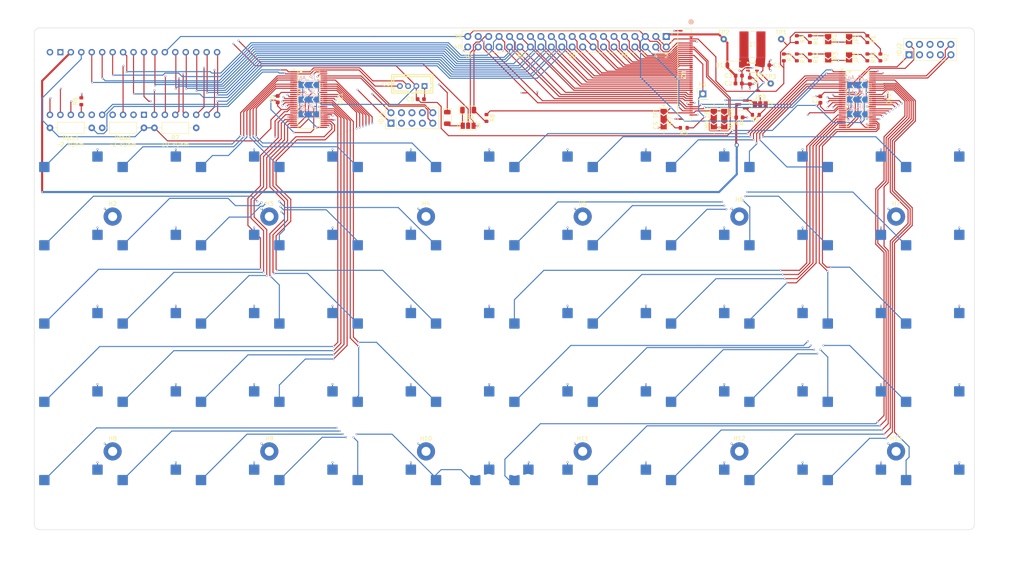
<source format=kicad_pcb>
(kicad_pcb
	(version 20241229)
	(generator "pcbnew")
	(generator_version "9.0")
	(general
		(thickness 1.6)
		(legacy_teardrops no)
	)
	(paper "A4")
	(layers
		(0 "F.Cu" signal)
		(4 "In1.Cu" signal)
		(6 "In2.Cu" signal)
		(2 "B.Cu" signal)
		(9 "F.Adhes" user "F.Adhesive")
		(11 "B.Adhes" user "B.Adhesive")
		(13 "F.Paste" user)
		(15 "B.Paste" user)
		(5 "F.SilkS" user "F.Silkscreen")
		(7 "B.SilkS" user "B.Silkscreen")
		(1 "F.Mask" user)
		(3 "B.Mask" user)
		(17 "Dwgs.User" user "User.Drawings")
		(19 "Cmts.User" user "User.Comments")
		(21 "Eco1.User" user "User.Eco1")
		(23 "Eco2.User" user "User.Eco2")
		(25 "Edge.Cuts" user)
		(27 "Margin" user)
		(31 "F.CrtYd" user "F.Courtyard")
		(29 "B.CrtYd" user "B.Courtyard")
		(35 "F.Fab" user)
		(33 "B.Fab" user)
		(39 "User.1" user)
		(41 "User.2" user)
		(43 "User.3" user)
		(45 "User.4" user)
		(47 "User.5" user)
		(49 "User.6" user)
		(51 "User.7" user)
		(53 "User.8" user)
		(55 "User.9" user)
	)
	(setup
		(stackup
			(layer "F.SilkS"
				(type "Top Silk Screen")
			)
			(layer "F.Paste"
				(type "Top Solder Paste")
			)
			(layer "F.Mask"
				(type "Top Solder Mask")
				(thickness 0.01)
			)
			(layer "F.Cu"
				(type "copper")
				(thickness 0.035)
			)
			(layer "dielectric 1"
				(type "prepreg")
				(thickness 0.1)
				(material "FR4")
				(epsilon_r 4.5)
				(loss_tangent 0.02)
			)
			(layer "In1.Cu"
				(type "copper")
				(thickness 0.035)
			)
			(layer "dielectric 2"
				(type "core")
				(thickness 1.24)
				(material "FR4")
				(epsilon_r 4.5)
				(loss_tangent 0.02)
			)
			(layer "In2.Cu"
				(type "copper")
				(thickness 0.035)
			)
			(layer "dielectric 3"
				(type "prepreg")
				(thickness 0.1)
				(material "FR4")
				(epsilon_r 4.5)
				(loss_tangent 0.02)
			)
			(layer "B.Cu"
				(type "copper")
				(thickness 0.035)
			)
			(layer "B.Mask"
				(type "Bottom Solder Mask")
				(thickness 0.01)
			)
			(layer "B.Paste"
				(type "Bottom Solder Paste")
			)
			(layer "B.SilkS"
				(type "Bottom Silk Screen")
			)
			(copper_finish "HAL lead-free")
			(dielectric_constraints no)
		)
		(pad_to_mask_clearance 0)
		(allow_soldermask_bridges_in_footprints no)
		(tenting front back)
		(pcbplotparams
			(layerselection 0x00000000_00000000_55555555_5755f5ff)
			(plot_on_all_layers_selection 0x00000000_00000000_00000000_00000000)
			(disableapertmacros no)
			(usegerberextensions no)
			(usegerberattributes yes)
			(usegerberadvancedattributes yes)
			(creategerberjobfile yes)
			(dashed_line_dash_ratio 12.000000)
			(dashed_line_gap_ratio 3.000000)
			(svgprecision 4)
			(plotframeref no)
			(mode 1)
			(useauxorigin no)
			(hpglpennumber 1)
			(hpglpenspeed 20)
			(hpglpendiameter 15.000000)
			(pdf_front_fp_property_popups yes)
			(pdf_back_fp_property_popups yes)
			(pdf_metadata yes)
			(pdf_single_document no)
			(dxfpolygonmode yes)
			(dxfimperialunits yes)
			(dxfusepcbnewfont yes)
			(psnegative no)
			(psa4output no)
			(plot_black_and_white yes)
			(sketchpadsonfab no)
			(plotpadnumbers no)
			(hidednponfab no)
			(sketchdnponfab yes)
			(crossoutdnponfab yes)
			(subtractmaskfromsilk no)
			(outputformat 1)
			(mirror no)
			(drillshape 1)
			(scaleselection 1)
			(outputdirectory "")
		)
	)
	(net 0 "")
	(net 1 "/LEDA_{TFT}")
	(net 2 "/LEDK_{TFT}")
	(net 3 "+3.3V")
	(net 4 "+5V")
	(net 5 "Net-(D2-A)")
	(net 6 "~{RST}")
	(net 7 "/~{RST_{TFT{slash}TP}}")
	(net 8 "/CS_{SPI{slash}TFT}")
	(net 9 "/Switch Matrix Left Half/SWPIN_{4,2}")
	(net 10 "/Switch Matrix Left Half/SWPIN_{0,2}")
	(net 11 "/Switch Matrix Left Half/SWPIN_{1,7}")
	(net 12 "/Switch Matrix Left Half/SWPIN_{3,7}")
	(net 13 "/Switch Matrix Left Half/SWPIN_{4,6}")
	(net 14 "/Switch Matrix Left Half/SWPIN_{3,5}")
	(net 15 "/Switch Matrix Left Half/SWPIN_{4,0}")
	(net 16 "/Switch Matrix Left Half/SWPIN_{2,1}")
	(net 17 "/Switch Matrix Left Half/SWPIN_{0,6}")
	(net 18 "/INT_{LR}")
	(net 19 "/Switch Matrix Left Half/SWPIN_{2,0}")
	(net 20 "/Switch Matrix Left Half/SWPIN_{1,2}")
	(net 21 "/Switch Matrix Left Half/SWPIN_{0,7}")
	(net 22 "/Switch Matrix Left Half/SWPIN_{0,4}")
	(net 23 "/Switch Matrix Left Half/SWPIN_{1,5}")
	(net 24 "/Switch Matrix Left Half/SWPIN_{2,2}")
	(net 25 "/Switch Matrix Left Half/SWPIN_{3,3}")
	(net 26 "/Switch Matrix Left Half/SWPIN_{4,3}")
	(net 27 "Net-(IOE1-A2)")
	(net 28 "/Switch Matrix Left Half/SWPIN_{2,6}")
	(net 29 "/Switch Matrix Left Half/SWPIN_{3,0}")
	(net 30 "/Switch Matrix Left Half/SWPIN_{4,7}")
	(net 31 "/Switch Matrix Left Half/SWPIN_{1,0}")
	(net 32 "Net-(IOE1-A0)")
	(net 33 "/Switch Matrix Left Half/SWPIN_{1,3}")
	(net 34 "/Switch Matrix Left Half/SWPIN_{1,4}")
	(net 35 "/Switch Matrix Left Half/SWPIN_{2,4}")
	(net 36 "/Switch Matrix Left Half/SWPIN_{2,5}")
	(net 37 "Net-(IOE1-A1)")
	(net 38 "/Switch Matrix Left Half/SWPIN_{3,1}")
	(net 39 "SCL")
	(net 40 "/Switch Matrix Left Half/SWPIN_{4,4}")
	(net 41 "/Switch Matrix Left Half/SWPIN_{0,0}")
	(net 42 "/Switch Matrix Left Half/SWPIN_{4,5}")
	(net 43 "/Switch Matrix Left Half/SWPIN_{3,6}")
	(net 44 "/Switch Matrix Left Half/SWPIN_{4,1}")
	(net 45 "/Switch Matrix Left Half/SWPIN_{1,1}")
	(net 46 "/Switch Matrix Left Half/SWPIN_{3,4}")
	(net 47 "/Switch Matrix Left Half/SWPIN_{0,3}")
	(net 48 "/Switch Matrix Left Half/SWPIN_{1,6}")
	(net 49 "/Switch Matrix Left Half/SWPIN_{2,7}")
	(net 50 "/Switch Matrix Left Half/SWPIN_{3,2}")
	(net 51 "SDA")
	(net 52 "/Switch Matrix Left Half/SWPIN_{2,3}")
	(net 53 "/Switch Matrix Left Half/SWPIN_{0,5}")
	(net 54 "/Switch Matrix Left Half/SWPIN_{0,1}")
	(net 55 "/Switch Matrix Right Half/SWPIN_{1,6}")
	(net 56 "/Switch Matrix Right Half/SWPIN_{4,4}")
	(net 57 "/Switch Matrix Right Half/SWPIN_{3,4}")
	(net 58 "Net-(IOE2-A0)")
	(net 59 "/Switch Matrix Right Half/SWPIN_{1,0}")
	(net 60 "/Switch Matrix Right Half/SWPIN_{2,3}")
	(net 61 "/Switch Matrix Right Half/SWPIN_{3,6}")
	(net 62 "Net-(IOE2-A1)")
	(net 63 "/Switch Matrix Right Half/SWPIN_{3,0}")
	(net 64 "/Switch Matrix Right Half/SWPIN_{0,2}")
	(net 65 "/Switch Matrix Right Half/SWPIN_{3,2}")
	(net 66 "/Switch Matrix Right Half/SWPIN_{1,3}")
	(net 67 "/Switch Matrix Right Half/SWPIN_{4,6}")
	(net 68 "/Switch Matrix Right Half/SWPIN_{2,4}")
	(net 69 "/Switch Matrix Right Half/SWPIN_{2,6}")
	(net 70 "/Switch Matrix Right Half/SWPIN_{1,4}")
	(net 71 "/Switch Matrix Right Half/SWPIN_{3,7}")
	(net 72 "/Switch Matrix Right Half/SWPIN_{3,5}")
	(net 73 "/Switch Matrix Right Half/SWPIN_{2,5}")
	(net 74 "/Switch Matrix Right Half/SWPIN_{4,5}")
	(net 75 "/Switch Matrix Right Half/SWPIN_{2,0}")
	(net 76 "unconnected-(U1-VBAT-Pad1)")
	(net 77 "/Switch Matrix Right Half/SWPIN_{4,0}")
	(net 78 "GND")
	(net 79 "/Switch Matrix Right Half/SWPIN_{1,2}")
	(net 80 "/Switch Matrix Right Half/SWPIN_{0,3}")
	(net 81 "/Switch Matrix Right Half/SWPIN_{0,7}")
	(net 82 "Net-(IOE2-A2)")
	(net 83 "/Switch Matrix Right Half/SWPIN_{2,2}")
	(net 84 "/Switch Matrix Right Half/SWPIN_{0,1}")
	(net 85 "/Switch Matrix Right Half/SWPIN_{0,4}")
	(net 86 "/Switch Matrix Right Half/SWPIN_{4,7}")
	(net 87 "/Switch Matrix Right Half/SWPIN_{0,0}")
	(net 88 "/Switch Matrix Right Half/SWPIN_{4,3}")
	(net 89 "/Switch Matrix Right Half/SWPIN_{2,7}")
	(net 90 "/Switch Matrix Right Half/SWPIN_{1,1}")
	(net 91 "/Switch Matrix Right Half/SWPIN_{0,5}")
	(net 92 "/Switch Matrix Right Half/SWPIN_{4,2}")
	(net 93 "/Switch Matrix Right Half/SWPIN_{0,6}")
	(net 94 "/Switch Matrix Right Half/SWPIN_{3,1}")
	(net 95 "/G5")
	(net 96 "/Switch Matrix Right Half/SWPIN_{2,1}")
	(net 97 "/Switch Matrix Right Half/SWPIN_{1,7}")
	(net 98 "/Switch Matrix Right Half/SWPIN_{4,1}")
	(net 99 "/Switch Matrix Right Half/SWPIN_{1,5}")
	(net 100 "/R1")
	(net 101 "/R5")
	(net 102 "/B1")
	(net 103 "/G2")
	(net 104 "/Switch Matrix Right Half/SWPIN_{3,3}")
	(net 105 "/SCK_{SPI}")
	(net 106 "/HSYNC_{TFT}")
	(net 107 "/B4")
	(net 108 "/G4")
	(net 109 "/MOSI_{SPI}")
	(net 110 "/IM0")
	(net 111 "+3.3V_{LDO2}")
	(net 112 "/G3")
	(net 113 "/DE_{TFT}")
	(net 114 "/IM1")
	(net 115 "/G1")
	(net 116 "/B2")
	(net 117 "/G0")
	(net 118 "/INT_{TP}")
	(net 119 "/R3")
	(net 120 "Net-(J1-Pin_12)")
	(net 121 "/R2")
	(net 122 "/VSYNC_{TFT}")
	(net 123 "Net-(JP1-A)")
	(net 124 "/B5")
	(net 125 "Net-(JP2-A)")
	(net 126 "/R4")
	(net 127 "Net-(JP3-A)")
	(net 128 "Net-(JP4-A)")
	(net 129 "/B3")
	(net 130 "/INT_{TP}{slash}~{RST_{TFT{slash}TP}}")
	(net 131 "Net-(JP9-A)")
	(net 132 "Net-(Q1-G)")
	(net 133 "/PCLK_{TFT}")
	(net 134 "/BGPWM_{TFT}")
	(net 135 "Net-(R10-Pad1)")
	(net 136 "Net-(R11-Pad2)")
	(net 137 "Net-(R13-Pad2)")
	(net 138 "Net-(R11-Pad1)")
	(net 139 "Net-(JP7-C)")
	(net 140 "/Backlight Boost Converter/VIN_{BST}")
	(net 141 "/Backlight Boost Converter/SW_{BST}")
	(footprint "easyeda2kicad:TSSOP-56_L14.0-W6.1-P0.50-LS8.1-BL" (layer "F.Cu") (at 226.17 55.98 -90))
	(footprint "MountingHole:MountingHole_2.2mm_M2_Pad" (layer "F.Cu") (at 197.485 141.605))
	(footprint "easyeda2kicad:TSSOP-56_L14.0-W6.1-P0.50-LS8.1-BL" (layer "F.Cu") (at 92.77 55.99 -90))
	(footprint "Resistor_SMD:R_0603_1608Metric" (layer "F.Cu") (at 214.63 41.275 -90))
	(footprint "Project_Library:CONN_F3311A7H121040E200_AMP" (layer "F.Cu") (at 184.15 49.975 -90))
	(footprint "easyeda2kicad:CONN-TH_B4B-PH-K-LF-SN" (layer "F.Cu") (at 117.935 52.705))
	(footprint "Capacitor_SMD:C_0603_1608Metric" (layer "F.Cu") (at 203.975 47.625))
	(footprint "Resistor_SMD:R_0603_1608Metric" (layer "F.Cu") (at 211.455 41.275 -90))
	(footprint "TestPoint:TestPoint_THTPad_D1.5mm_Drill0.7mm" (layer "F.Cu") (at 207.645 41.275))
	(footprint "Resistor_THT:R_Axial_DIN0207_L6.3mm_D2.5mm_P10.16mm_Horizontal" (layer "F.Cu") (at 55.245 62.865))
	(footprint "Resistor_SMD:R_0603_1608Metric" (layer "F.Cu") (at 37.465 56.388 90))
	(footprint "Connector_PinHeader_2.54mm:PinHeader_2x05_P2.54mm_Vertical" (layer "F.Cu") (at 112.776 61.727 90))
	(footprint "Project_Library:IND_BOURNS_SRR5028" (layer "F.Cu") (at 200.66 42.545 180))
	(footprint "MountingHole:MountingHole_2.2mm_M2_Pad" (layer "F.Cu") (at 121.285 84.455))
	(footprint "UnexpectedMaker:ProS3_TH" (layer "F.Cu") (at 50.165 52.05 90))
	(footprint "Diode_SMD:D_SOD-123" (layer "F.Cu") (at 196.215 47.625))
	(footprint "Resistor_SMD:R_0603_1608Metric" (layer "F.Cu") (at 211.455 45.72 -90))
	(footprint "Resistor_SMD:R_0603_1608Metric" (layer "F.Cu") (at 228.6 41.275 -90))
	(footprint "Connector_PinHeader_2.54mm:PinHeader_1x01_P2.54mm_Vertical" (layer "F.Cu") (at 188.595 54.61))
	(footprint "MountingHole:MountingHole_2.2mm_M2_Pad" (layer "F.Cu") (at 45.085 84.455))
	(footprint "Resistor_SMD:R_0603_1608Metric" (layer "F.Cu") (at 135.987 60.452 -90))
	(footprint "Jumper:SolderJumper-2_P1.3mm_Open_TrianglePad1.0x1.5mm" (layer "F.Cu") (at 224.155 41.275 -90))
	(footprint "MountingHole:MountingHole_2.2mm_M2_Pad" (layer "F.Cu") (at 83.185 141.605))
	(footprint "Jumper:SolderJumper-2_P1.3mm_Open_TrianglePad1.0x1.5mm" (layer "F.Cu") (at 224.155 45.72 -90))
	(footprint "Capacitor_SMD:C_0603_1608Metric" (layer "F.Cu") (at 217.17 55.98 90))
	(footprint "Resistor_THT:R_Axial_DIN0207_L6.3mm_D2.5mm_P10.16mm_Horizontal" (layer "F.Cu") (at 29.845 62.865))
	(footprint "PCM_JLCPCB:Q_SOT-23" (layer "F.Cu") (at 198.12 57.15 180))
	(footprint "Jumper:SolderJumper-3_P1.3mm_Open_Pad1.0x1.5mm_NumberLabels" (layer "F.Cu") (at 131.542 62.357))
	(footprint "MountingHole:MountingHole_2.2mm_M2_Pad" (layer "F.Cu") (at 159.385 84.455))
	(footprint "Jumper:SolderJumper-2_P1.3mm_Open_TrianglePad1.0x1.5mm" (layer "F.Cu") (at 219.075 45.72 -90))
	(footprint "MountingHole:MountingHole_2.2mm_M2_Pad" (layer "F.Cu") (at 235.585 84.455))
	(footprint "Resistor_SMD:R_0603_1608Metric" (layer "F.Cu") (at 208.28 45.72 -90))
	(footprint "Jumper:SolderJumper-2_P1.3mm_Open_TrianglePad1.0x1.5mm" (layer "F.Cu") (at 219.075 41.275 -90))
	(footprint "PCM_JLCPCB:D_SOD-123FL" (layer "F.Cu") (at 126.462 60.452 -90))
	(footprint "Resistor_SMD:R_0603_1608Metric"
		(layer "F.Cu")
		(uuid "94b58f35-dc6e-4854-b9bc-c8f92f6a87af")
		(at 231.775 45.72 -90)
		(descr "Resistor SMD 0603 (1608 Metric), square (rectangular) end terminal, IPC-7351 nominal, (Body size source: IPC-SM-782 page 72, https://www.pcb-3d.com/wordpress/wp-content/uploads/ipc-sm-782a_amendment_1_and_2.pdf), generated with kicad-footprint-generator")
		(tags "resistor")
		(property "Reference" "R2"
			(at 0 -1.43 90)
			(layer "F.SilkS")
			(uuid "042f0d98-1a2e-478a-96c6-c3626378b53a")
			(effects
				(font
					(size 1 1)
					(thickness 0.15)
				)
			)
		)
		(property "Value" "20 Ohm"
			(at 0 1.43 90)
			(layer "F.Fab")
			(uuid "116e6338-158d-4e2a-8b93-de31b57d2a5d")
			(effects
				(font
					(size 1 1)
					(thickness 0.15)
				)
			)
		)
		(property "Datasheet" "~"
			(at 0 0 90)
			(layer "F.Fab")
			(hide yes)
			(uuid "c8cb7783-45f9-45ea-ad15-07e692b9fee5")
			(effects
				(font
					(size 1.27 1.27)
					(thickness 0.15)
				)
			)
		)
		(property "Description" "Resistor"
			(at 0 0 90)
			(layer "F.Fab")
			(hide yes)
			(uuid "8c6cd404-fea5-4054-8257-77977a8d902d")
			(effects
				(font
					(size 1.27 1.27)
					(thickness 0.15)
				)
			)
		)
		(property "LCSC" ""
			(at 0 0 90)
			(layer "F.SilkS")
			(hide yes)
			(uuid "4292f85d-c8e0-4f0e-9d0f-21108b697875")
			(effects
				(font
					(size 1.27 1.27)
					(thickness 0.15)
				)
			)
		)
		(property ki_fp_filters "R_*")
		(path "/628f2de5-a5de-421c-af90-8153f9f7644b/22abb952-478a-46a0-ada1-733d1b8a97b5")
		(sheetname "/Backlight Boost Converter/")
		(sheetfile "backlight_boost_converter.kicad_sch")
		(attr smd)
		(fp_line
			(start -0.237258 0.5225)
			(end 0.237258 0.5225)
			(stroke
				(width 0.12)
				(type solid)
			)
			(layer "F.SilkS")
			(uuid "f941ef98-b5f4-4475-bc23-6ae9ba3efb5d")
		)
		(fp_line
			(start -0.237258 -0.5225)
			(end 0.237258 -0.5225)
			(stroke
				(width 0.12)
				(type solid)
			)
			(layer "F.SilkS")
			(uuid "6885c2c4-4ae2-4a8a-8299-1ada162b06f8")
		)
		(fp_line
			(start -1.48 0.73)
			(end -1.48 -0.73)
			(stroke
				(width 0.05)
				(type solid)
			)
			(layer "F.CrtYd")
			(uuid "801a5bfe-1fe3-47b6-b7ae-415b0c2ddce4")
		)
		(fp_line
			(start 1.48 0.73)
			(end -1.48 0.73)
			(stroke
				(width 0.05)
				(type solid)
			)
			(layer "F.CrtYd")
			(uuid "f6eebaee-b194-41b2-b05d-65841cf32eb6")
		)
		(fp_line
			(start -1.48 -0.73)
			(end 1.48 -0.73)
			(stroke
				(width 0
... [1731065 chars truncated]
</source>
